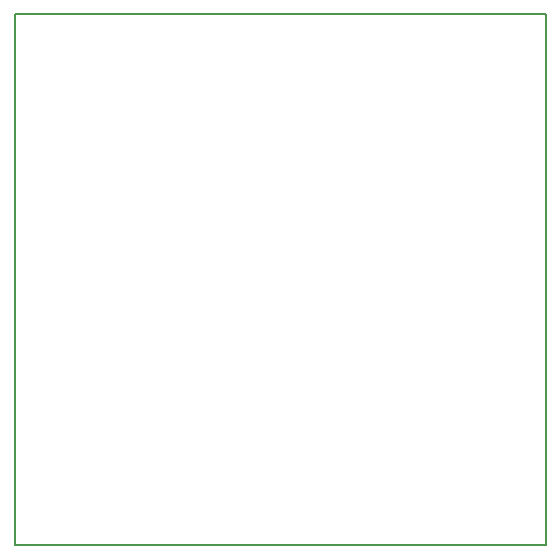
<source format=gbr>
%TF.GenerationSoftware,KiCad,Pcbnew,8.0.1*%
%TF.CreationDate,2024-09-05T15:23:59+02:00*%
%TF.ProjectId,TEP000,54455030-3030-42e6-9b69-6361645f7063,rev?*%
%TF.SameCoordinates,Original*%
%TF.FileFunction,Profile,NP*%
%FSLAX46Y46*%
G04 Gerber Fmt 4.6, Leading zero omitted, Abs format (unit mm)*
G04 Created by KiCad (PCBNEW 8.0.1) date 2024-09-05 15:23:59*
%MOMM*%
%LPD*%
G01*
G04 APERTURE LIST*
%TA.AperFunction,Profile*%
%ADD10C,0.200000*%
%TD*%
G04 APERTURE END LIST*
D10*
X138769000Y-90585200D02*
X138769000Y-135585200D01*
X183769000Y-90585200D02*
X138769000Y-90585200D01*
X183769000Y-135585200D02*
X183769000Y-90585200D01*
X138769000Y-135585200D02*
X183769000Y-135585200D01*
M02*

</source>
